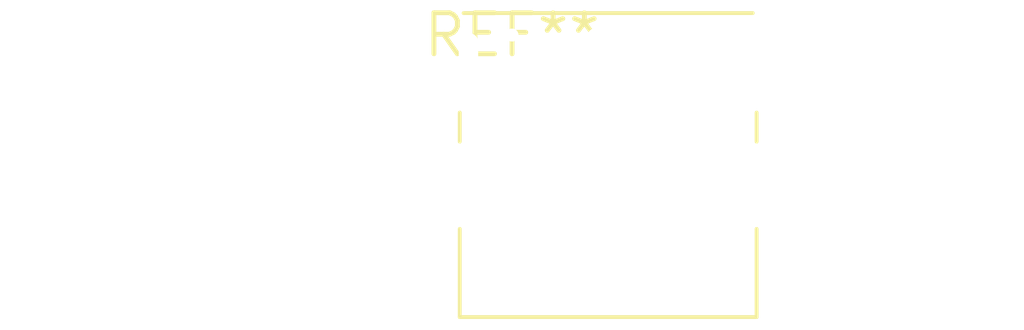
<source format=kicad_pcb>
(kicad_pcb (version 20240108) (generator pcbnew)
  (layers (0 "F.Cu" signal) (31 "B.Cu" signal) (34 "B.Paste" user) (35 "F.Paste" user) (36 "B.SilkS" user "B.Silkscreen") (37 "F.SilkS" user "F.Silkscreen") (38 "B.Mask" user) (39 "F.Mask" user) (44 "Edge.Cuts" user))
  (net 0 "")
  (footprint "USB_C_Receptacle_GCT_USB4085" (layer "F.Cu") (at 0 0)
    (property "Reference" "REF**")
    (property "Value" "USB_C_Receptacle_GCT_USB4085")
    (fp_line (start -1.62 2.4) (end -1.62 3.3) (layer "F.SilkS") (stroke (width 0.12)))
    (fp_line (start -1.62 6) (end -1.62 8.73) (layer "F.SilkS") (stroke (width 0.12)))
    (fp_line (start -1.62 8.73) (end 7.57 8.73) (layer "F.SilkS") (stroke (width 0.12)))
    (fp_line (start -1.5 -0.68) (end 7.45 -0.68) (layer "F.SilkS") (stroke (width 0.12)))
    (fp_line (start 7.57 2.4) (end 7.57 3.3) (layer "F.SilkS") (stroke (width 0.12)))
    (fp_line (start 7.57 6) (end 7.57 8.73) (layer "F.SilkS") (stroke (width 0.12)))
    (pad "A1" thru_hole circle (at 0 0) (size 0.7 0.7) (drill 0.4) (layers *.Cu *.Mask) (remove_unused_layers))
    (pad "A4" thru_hole circle (at 0.85 0) (size 0.7 0.7) (drill 0.4) (layers *.Cu *.Mask) (remove_unused_layers))
    (pad "A5" thru_hole circle (at 1.7 0) (size 0.7 0.7) (drill 0.4) (layers *.Cu *.Mask) (remove_unused_layers))
    (pad "A6" thru_hole circle (at 2.55 0) (size 0.7 0.7) (drill 0.4) (layers *.Cu *.Mask) (remove_unused_layers))
    (pad "A7" thru_hole circle (at 3.4 0) (size 0.7 0.7) (drill 0.4) (layers *.Cu *.Mask) (remove_unused_layers))
    (pad "A8" thru_hole circle (at 4.25 0) (size 0.7 0.7) (drill 0.4) (layers *.Cu *.Mask) (remove_unused_layers))
    (pad "A9" thru_hole circle (at 5.1 0) (size 0.7 0.7) (drill 0.4) (layers *.Cu *.Mask) (remove_unused_layers))
    (pad "A12" thru_hole circle (at 5.95 0) (size 0.7 0.7) (drill 0.4) (layers *.Cu *.Mask) (remove_unused_layers))
    (pad "B1" thru_hole circle (at 5.95 1.35) (size 0.7 0.7) (drill 0.4) (layers *.Cu *.Mask) (remove_unused_layers))
    (pad "B4" thru_hole circle (at 5.1 1.35) (size 0.7 0.7) (drill 0.4) (layers *.Cu *.Mask) (remove_unused_layers))
    (pad "B5" thru_hole circle (at 4.25 1.35) (size 0.7 0.7) (drill 0.4) (layers *.Cu *.Mask) (remove_unused_layers))
    (pad "B6" thru_hole circle (at 3.4 1.35) (size 0.7 0.7) (drill 0.4) (layers *.Cu *.Mask) (remove_unused_layers))
    (pad "B7" thru_hole circle (at 2.55 1.35) (size 0.7 0.7) (drill 0.4) (layers *.Cu *.Mask) (remove_unused_layers))
    (pad "B8" thru_hole circle (at 1.7 1.35) (size 0.7 0.7) (drill 0.4) (layers *.Cu *.Mask) (remove_unused_layers))
    (pad "B9" thru_hole circle (at 0.85 1.35) (size 0.7 0.7) (drill 0.4) (layers *.Cu *.Mask) (remove_unused_layers))
    (pad "B12" thru_hole circle (at 0 1.35) (size 0.7 0.7) (drill 0.4) (layers *.Cu *.Mask) (remove_unused_layers))
    (pad "S1" thru_hole oval (at -1.35 0.98) (size 0.9 2.4) (drill oval 0.6 2.1) (layers *.Cu *.Mask) (remove_unused_layers))
    (pad "S1" thru_hole oval (at -1.35 4.36) (size 0.9 1.7) (drill oval 0.6 1.4) (layers *.Cu *.Mask) (remove_unused_layers))
    (pad "S1" thru_hole oval (at 7.3 0.98) (size 0.9 2.4) (drill oval 0.6 2.1) (layers *.Cu *.Mask) (remove_unused_layers))
    (pad "S1" thru_hole oval (at 7.3 4.36) (size 0.9 1.7) (drill oval 0.6 1.4) (layers *.Cu *.Mask) (remove_unused_layers))
  )
)
</source>
